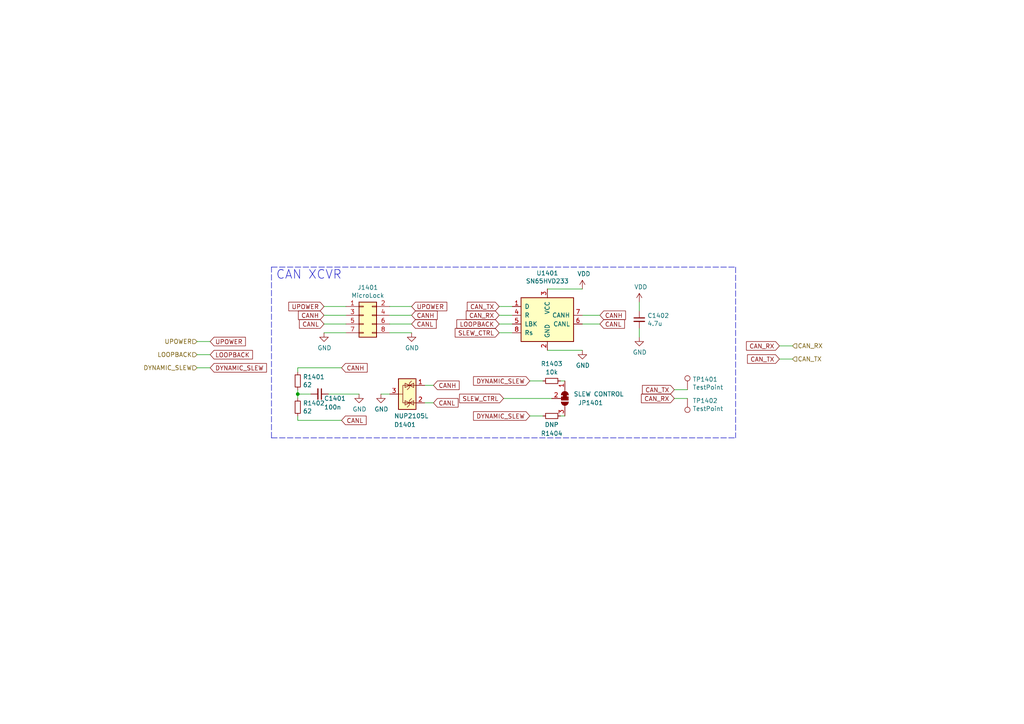
<source format=kicad_sch>
(kicad_sch (version 20211123) (generator eeschema)
  (paper "A4")
  (lib_symbols
    (symbol "Connector:TestPoint" (pin_numbers hide) (pin_names (offset 0.762) hide)
      (property "Reference" "TP" (at 0 6.858 0))
      (property "Value" "TestPoint" (at 0 5.08 0))
      (symbol "TestPoint_0_1"
        (circle (center 0 3.302) (radius 0.762))
      )
      (symbol "TestPoint_1_1"
        (pin passive line (at 0 0 90) (length 2.54) (name "1") (number "1"))
      )
    )
    (symbol "Connector_Generic:Conn_02x04_Odd_Even" (pin_names (offset 1.016) hide)
      (property "Reference" "J" (at 1.27 5.08 0))
      (property "Value" "Conn_02x04_Odd_Even" (at 1.27 -7.62 0))
      (symbol "Conn_02x04_Odd_Even_1_1"
        (rectangle (start -1.27 -4.953) (end 0 -5.207) (stroke (width 0.1524)))
        (rectangle (start -1.27 -2.413) (end 0 -2.667) (stroke (width 0.1524)))
        (rectangle (start -1.27 0.127) (end 0 -0.127) (stroke (width 0.1524)))
        (rectangle (start -1.27 2.667) (end 0 2.413) (stroke (width 0.1524)))
        (rectangle (start -1.27 3.81) (end 3.81 -6.35) (stroke (width 0.254)) (fill (type background)))
        (rectangle (start 3.81 -4.953) (end 2.54 -5.207) (stroke (width 0.1524)))
        (rectangle (start 3.81 -2.413) (end 2.54 -2.667) (stroke (width 0.1524)))
        (rectangle (start 3.81 0.127) (end 2.54 -0.127) (stroke (width 0.1524)))
        (rectangle (start 3.81 2.667) (end 2.54 2.413) (stroke (width 0.1524)))
        (pin passive line (at -5.08 2.54 0) (length 3.81) (name "Pin_1") (number "1"))
        (pin passive line (at 7.62 2.54 180) (length 3.81) (name "Pin_2") (number "2"))
        (pin passive line (at -5.08 0 0) (length 3.81) (name "Pin_3") (number "3"))
        (pin passive line (at 7.62 0 180) (length 3.81) (name "Pin_4") (number "4"))
        (pin passive line (at -5.08 -2.54 0) (length 3.81) (name "Pin_5") (number "5"))
        (pin passive line (at 7.62 -2.54 180) (length 3.81) (name "Pin_6") (number "6"))
        (pin passive line (at -5.08 -5.08 0) (length 3.81) (name "Pin_7") (number "7"))
        (pin passive line (at 7.62 -5.08 180) (length 3.81) (name "Pin_8") (number "8"))
      )
    )
    (symbol "Device:C_Small" (pin_numbers hide) (pin_names (offset 0.254) hide)
      (property "Reference" "C" (at 0.254 1.778 0))
      (property "Value" "C_Small" (at 0.254 -2.032 0))
      (symbol "C_Small_0_1"
        (polyline (pts (xy -1.524 -0.508) (xy 1.524 -0.508)) (stroke (width 0.3302)))
        (polyline (pts (xy -1.524 0.508) (xy 1.524 0.508)) (stroke (width 0.3048)))
      )
      (symbol "C_Small_1_1"
        (pin passive line (at 0 2.54 270) (length 2.032) (name "~") (number "1"))
        (pin passive line (at 0 -2.54 90) (length 2.032) (name "~") (number "2"))
      )
    )
    (symbol "Device:R_Small" (pin_numbers hide) (pin_names (offset 0.254) hide)
      (property "Reference" "R" (at 0.762 0.508 0))
      (property "Value" "R_Small" (at 0.762 -1.016 0))
      (symbol "R_Small_0_1"
        (rectangle (start -0.762 1.778) (end 0.762 -1.778) (stroke (width 0.2032)))
      )
      (symbol "R_Small_1_1"
        (pin passive line (at 0 2.54 270) (length 0.762) (name "~") (number "1"))
        (pin passive line (at 0 -2.54 90) (length 0.762) (name "~") (number "2"))
      )
    )
    (symbol "Interface_CAN_LIN:SN65HVD233" (pin_names (offset 1.016))
      (property "Reference" "U" (at -2.54 10.16 0))
      (property "Value" "SN65HVD233" (at -2.54 7.62 0))
      (symbol "SN65HVD233_0_1"
        (rectangle (start -7.62 5.08) (end 7.62 -7.62) (stroke (width 0.254)) (fill (type background)))
      )
      (symbol "SN65HVD233_1_1"
        (pin input line (at -10.16 2.54 0) (length 2.54) (name "D") (number "1"))
        (pin power_in line (at 0 -10.16 90) (length 2.54) (name "GND") (number "2"))
        (pin power_in line (at 0 7.62 270) (length 2.54) (name "VCC") (number "3"))
        (pin output line (at -10.16 0 0) (length 2.54) (name "R") (number "4"))
        (pin input line (at -10.16 -2.54 0) (length 2.54) (name "LBK") (number "5"))
        (pin bidirectional line (at 10.16 -2.54 180) (length 2.54) (name "CANL") (number "6"))
        (pin bidirectional line (at 10.16 0 180) (length 2.54) (name "CANH") (number "7"))
        (pin input line (at -10.16 -5.08 0) (length 2.54) (name "Rs") (number "8"))
      )
    )
    (symbol "Jumper:SolderJumper_3_Bridged12" (pin_names (offset 0) hide)
      (property "Reference" "JP" (at -2.54 -2.54 0))
      (property "Value" "SolderJumper_3_Bridged12" (at 0 2.794 0))
      (symbol "SolderJumper_3_Bridged12_0_1"
        (rectangle (start -1.016 0.508) (end -0.508 -0.508) (fill (type outline)))
        (arc (start -1.016 1.016) (mid -2.032 0) (end -1.016 -1.016))
        (arc (start -1.016 1.016) (mid -2.032 0) (end -1.016 -1.016) (fill (type outline)))
        (rectangle (start -0.508 1.016) (end 0.508 -1.016) (fill (type outline)))
        (polyline (pts (xy -2.54 0) (xy -2.032 0)))
        (polyline (pts (xy -1.016 1.016) (xy -1.016 -1.016)))
        (polyline (pts (xy 0 -1.27) (xy 0 -1.016)))
        (polyline (pts (xy 1.016 1.016) (xy 1.016 -1.016)))
        (polyline (pts (xy 2.54 0) (xy 2.032 0)))
        (arc (start 1.016 -1.016) (mid 2.032 0) (end 1.016 1.016))
        (arc (start 1.016 -1.016) (mid 2.032 0) (end 1.016 1.016) (fill (type outline)))
      )
      (symbol "SolderJumper_3_Bridged12_1_1"
        (pin passive line (at -5.08 0 0) (length 2.54) (name "A") (number "1"))
        (pin input line (at 0 -3.81 90) (length 2.54) (name "C") (number "2"))
        (pin passive line (at 5.08 0 180) (length 2.54) (name "B") (number "3"))
      )
    )
    (symbol "Power_Protection:NUP2105L" (pin_names hide)
      (property "Reference" "D" (at 5.715 2.54 0))
      (property "Value" "NUP2105L" (at 5.715 0.635 0))
      (symbol "NUP2105L_0_0"
        (pin passive line (at 0 -5.08 90) (length 2.54) (name "A") (number "3"))
      )
      (symbol "NUP2105L_0_1"
        (rectangle (start -4.445 2.54) (end 4.445 -2.54) (stroke (width 0.254)) (fill (type background)))
        (polyline (pts (xy -2.54 2.54) (xy -2.54 0.635)))
        (polyline (pts (xy 0 -1.27) (xy 0 -2.54)))
        (polyline (pts (xy 2.54 2.54) (xy 2.54 0.635)))
        (polyline (pts (xy -3.81 1.27) (xy -3.175 0.635) (xy -1.905 0.635) (xy -1.27 0)))
        (polyline (pts (xy -2.54 0.635) (xy -2.54 -1.27) (xy 2.54 -1.27) (xy 2.54 0.635)))
        (polyline (pts (xy -2.54 0.635) (xy -1.905 -0.635) (xy -3.175 -0.635) (xy -2.54 0.635)))
        (polyline (pts (xy 2.54 0.635) (xy 1.905 -0.635) (xy 3.175 -0.635) (xy 2.54 0.635)))
        (polyline (pts (xy 2.54 0.635) (xy 3.175 1.905) (xy 1.905 1.905) (xy 2.54 0.635)))
        (polyline (pts (xy -2.54 0.635) (xy -3.175 1.905) (xy -1.905 1.905) (xy -2.54 0.635) (xy -2.54 1.27)))
        (polyline (pts (xy 1.27 1.27) (xy 1.905 0.635) (xy 2.54 0.635) (xy 3.175 0.635) (xy 3.81 0)))
      )
      (symbol "NUP2105L_1_1"
        (pin passive line (at -2.54 5.08 270) (length 2.54) (name "K") (number "1"))
        (pin passive line (at 2.54 5.08 270) (length 2.54) (name "K") (number "2"))
      )
    )
    (symbol "power:GND" (power) (pin_names (offset 0))
      (property "Value" "GND" (at 0 -3.81 0))
      (symbol "GND_0_1"
        (polyline (pts (xy 0 0) (xy 0 -1.27) (xy 1.27 -1.27) (xy 0 -2.54) (xy -1.27 -1.27) (xy 0 -1.27)))
      )
      (symbol "GND_1_1"
        (pin power_in line (at 0 0 270) (length 0) hide (name "GND") (number "1"))
      )
    )
    (symbol "power:VDD" (power) (pin_names (offset 0))
      (property "Value" "VDD" (at 0 3.81 0))
      (symbol "VDD_0_1"
        (polyline (pts (xy -0.762 1.27) (xy 0 2.54)))
        (polyline (pts (xy 0 0) (xy 0 2.54)))
        (polyline (pts (xy 0 2.54) (xy 0.762 1.27)))
      )
      (symbol "VDD_1_1"
        (pin power_in line (at 0 0 90) (length 0) hide (name "VDD") (number "1"))
      )
    )
  )
  (junction (at 86.36 114.3))
  (polyline (pts (xy 78.74 77.47) (xy 213.36 77.47)))
  (wire (pts (xy 93.98 88.9) (xy 100.33 88.9)))
  (wire (pts (xy 226.06 100.33) (xy 229.87 100.33)))
  (wire (pts (xy 110.49 114.3) (xy 113.03 114.3)))
  (wire (pts (xy 86.36 114.3) (xy 86.36 113.03)))
  (wire (pts (xy 195.58 113.03) (xy 199.39 113.03)))
  (wire (pts (xy 57.15 99.06) (xy 60.96 99.06)))
  (wire (pts (xy 168.91 83.82) (xy 158.75 83.82)))
  (wire (pts (xy 86.36 115.57) (xy 86.36 114.3)))
  (wire (pts (xy 185.42 95.25) (xy 185.42 97.79)))
  (wire (pts (xy 93.98 96.52) (xy 100.33 96.52)))
  (wire (pts (xy 153.67 110.49) (xy 157.48 110.49)))
  (wire (pts (xy 229.87 104.14) (xy 226.06 104.14)))
  (wire (pts (xy 113.03 96.52) (xy 119.38 96.52)))
  (wire (pts (xy 185.42 87.63) (xy 185.42 90.17)))
  (wire (pts (xy 93.98 91.44) (xy 100.33 91.44)))
  (wire (pts (xy 162.56 110.49) (xy 163.83 110.49)))
  (polyline (pts (xy 213.36 77.47) (xy 213.36 127)))
  (wire (pts (xy 113.03 91.44) (xy 119.38 91.44)))
  (wire (pts (xy 144.78 93.98) (xy 148.59 93.98)))
  (wire (pts (xy 86.36 121.92) (xy 99.06 121.92)))
  (wire (pts (xy 199.39 115.57) (xy 195.58 115.57)))
  (wire (pts (xy 125.73 116.84) (xy 123.19 116.84)))
  (wire (pts (xy 57.15 102.87) (xy 60.96 102.87)))
  (wire (pts (xy 168.91 91.44) (xy 173.99 91.44)))
  (wire (pts (xy 95.25 114.3) (xy 104.14 114.3)))
  (wire (pts (xy 86.36 121.92) (xy 86.36 120.65)))
  (wire (pts (xy 86.36 114.3) (xy 90.17 114.3)))
  (wire (pts (xy 86.36 107.95) (xy 86.36 106.68)))
  (wire (pts (xy 144.78 88.9) (xy 148.59 88.9)))
  (wire (pts (xy 146.05 115.57) (xy 160.02 115.57)))
  (wire (pts (xy 168.91 101.6) (xy 158.75 101.6)))
  (polyline (pts (xy 78.74 127) (xy 78.74 77.47)))
  (wire (pts (xy 119.38 93.98) (xy 113.03 93.98)))
  (wire (pts (xy 123.19 111.76) (xy 125.73 111.76)))
  (wire (pts (xy 148.59 91.44) (xy 144.78 91.44)))
  (wire (pts (xy 113.03 88.9) (xy 119.38 88.9)))
  (wire (pts (xy 144.78 96.52) (xy 148.59 96.52)))
  (wire (pts (xy 173.99 93.98) (xy 168.91 93.98)))
  (polyline (pts (xy 78.74 127) (xy 213.36 127)))
  (wire (pts (xy 163.83 120.65) (xy 162.56 120.65)))
  (wire (pts (xy 99.06 106.68) (xy 86.36 106.68)))
  (wire (pts (xy 157.48 120.65) (xy 153.67 120.65)))
  (wire (pts (xy 100.33 93.98) (xy 93.98 93.98)))
  (wire (pts (xy 57.15 106.68) (xy 60.96 106.68)))
  (text "CAN XCVR" (at 80.01 81.28 0) (effects (font (size 2.54 2.54)) (justify left bottom)))
  (global_label "CAN_TX" (shape input) (at 226.06 104.14 180) (property "Intersheet References" "${INTERSHEET_REFS}" (effects hide)))
  (global_label "CAN_TX" (shape input) (at 195.58 113.03 180) (property "Intersheet References" "${INTERSHEET_REFS}" (effects hide)))
  (global_label "SLEW_CTRL" (shape input) (at 146.05 115.57 180) (property "Intersheet References" "${INTERSHEET_REFS}" (effects hide)))
  (global_label "UPOWER" (shape input) (at 119.38 88.9 0) (property "Intersheet References" "${INTERSHEET_REFS}" (effects hide)))
  (global_label "CANH" (shape input) (at 99.06 106.68 0) (property "Intersheet References" "${INTERSHEET_REFS}" (effects hide)))
  (global_label "CAN_RX" (shape input) (at 144.78 91.44 180) (property "Intersheet References" "${INTERSHEET_REFS}" (effects hide)))
  (global_label "LOOPBACK" (shape input) (at 60.96 102.87 0) (property "Intersheet References" "${INTERSHEET_REFS}" (effects hide)))
  (global_label "CANH" (shape input) (at 93.98 91.44 180) (property "Intersheet References" "${INTERSHEET_REFS}" (effects hide)))
  (global_label "CANH" (shape input) (at 125.73 111.76 0) (property "Intersheet References" "${INTERSHEET_REFS}" (effects hide)))
  (global_label "CAN_TX" (shape input) (at 144.78 88.9 180) (property "Intersheet References" "${INTERSHEET_REFS}" (effects hide)))
  (global_label "CANH" (shape input) (at 119.38 91.44 0) (property "Intersheet References" "${INTERSHEET_REFS}" (effects hide)))
  (global_label "CANL" (shape input) (at 125.73 116.84 0) (property "Intersheet References" "${INTERSHEET_REFS}" (effects hide)))
  (global_label "CAN_RX" (shape input) (at 195.58 115.57 180) (property "Intersheet References" "${INTERSHEET_REFS}" (effects hide)))
  (global_label "DYNAMIC_SLEW" (shape input) (at 60.96 106.68 0) (property "Intersheet References" "${INTERSHEET_REFS}" (effects hide)))
  (global_label "UPOWER" (shape input) (at 93.98 88.9 180) (property "Intersheet References" "${INTERSHEET_REFS}" (effects hide)))
  (global_label "CANL" (shape input) (at 93.98 93.98 180) (property "Intersheet References" "${INTERSHEET_REFS}" (effects hide)))
  (global_label "CANH" (shape input) (at 173.99 91.44 0) (property "Intersheet References" "${INTERSHEET_REFS}" (effects hide)))
  (global_label "CANL" (shape input) (at 119.38 93.98 0) (property "Intersheet References" "${INTERSHEET_REFS}" (effects hide)))
  (global_label "CAN_RX" (shape input) (at 226.06 100.33 180) (property "Intersheet References" "${INTERSHEET_REFS}" (effects hide)))
  (global_label "UPOWER" (shape input) (at 60.96 99.06 0) (property "Intersheet References" "${INTERSHEET_REFS}" (effects hide)))
  (global_label "DYNAMIC_SLEW" (shape input) (at 153.67 120.65 180) (property "Intersheet References" "${INTERSHEET_REFS}" (effects hide)))
  (global_label "CANL" (shape input) (at 173.99 93.98 0) (property "Intersheet References" "${INTERSHEET_REFS}" (effects hide)))
  (global_label "LOOPBACK" (shape input) (at 144.78 93.98 180) (property "Intersheet References" "${INTERSHEET_REFS}" (effects hide)))
  (global_label "SLEW_CTRL" (shape input) (at 144.78 96.52 180) (property "Intersheet References" "${INTERSHEET_REFS}" (effects hide)))
  (global_label "DYNAMIC_SLEW" (shape input) (at 153.67 110.49 180) (property "Intersheet References" "${INTERSHEET_REFS}" (effects hide)))
  (global_label "CANL" (shape input) (at 99.06 121.92 0) (property "Intersheet References" "${INTERSHEET_REFS}" (effects hide)))
  (hierarchical_label "DYNAMIC_SLEW" (shape input) (at 57.15 106.68 180))
  (hierarchical_label "CAN_RX" (shape input) (at 229.87 100.33 0))
  (hierarchical_label "LOOPBACK" (shape input) (at 57.15 102.87 180))
  (hierarchical_label "UPOWER" (shape input) (at 57.15 99.06 180))
  (hierarchical_label "CAN_TX" (shape input) (at 229.87 104.14 0))
  (symbol (lib_id "Connector_Generic:Conn_02x04_Odd_Even") (at 105.41 91.44 0) (unit 1)
    (property "Reference" "J1401" (at 106.68 83.3882 0))
    (property "Value" "MicroLock" (at 106.68 85.6996 0))
    (property "Footprint" "hardware-sch-blocks:505448-0871" (effects hide))
    (property "MANF" "5054480871" (effects hide))
    (property "DIGIKEY" "WM26819CT-ND" (effects hide))
  )
  (symbol (lib_id "power:GND") (at 119.38 96.52 0) (unit 1)
    (property "Reference" "#PWR01404" (effects hide))
    (property "Value" "GND" (at 119.507 100.9142 0))
  )
  (symbol (lib_id "power:GND") (at 93.98 96.52 0) (unit 1)
    (property "Reference" "#PWR01401" (effects hide))
    (property "Value" "GND" (at 94.107 100.9142 0))
  )
  (symbol (lib_id "Interface_CAN_LIN:SN65HVD233") (at 158.75 91.44 0) (unit 1)
    (property "Reference" "U1401" (at 158.75 79.2226 0))
    (property "Value" "SN65HVD233" (at 158.75 81.534 0))
    (property "Footprint" "Package_SO:SOIC-8_3.9x4.9mm_P1.27mm" (effects hide))
    (property "Datasheet" "http://www.ti.com/lit/ds/symlink/sn65hvd234.pdf" (effects hide))
    (property "MANF" "SN65HVD233DR" (effects hide))
    (property "DIGIKEY" "296-35967-1-ND" (effects hide))
  )
  (symbol (lib_id "power:VDD") (at 168.91 83.82 0) (unit 1)
    (property "Reference" "#PWR01405" (effects hide))
    (property "Value" "VDD" (at 169.3418 79.4258 0))
  )
  (symbol (lib_id "power:GND") (at 168.91 101.6 0) (unit 1)
    (property "Reference" "#PWR01406" (effects hide))
    (property "Value" "GND" (at 169.037 105.9942 0))
  )
  (symbol (lib_id "Device:C_Small") (at 185.42 92.71 0) (unit 1)
    (property "Reference" "C1402" (at 187.7568 91.5416 0) (effects (justify left)))
    (property "Value" "4.7u" (at 187.7568 93.853 0) (effects (justify left)))
    (property "Footprint" "Capacitor_SMD:C_0603_1608Metric" (effects hide))
    (property "MANF" "CC0603MRX5R6BB475" (effects hide))
    (property "DIGIKEY" "311-1820-1-ND" (effects hide))
  )
  (symbol (lib_id "power:GND") (at 185.42 97.79 0) (unit 1)
    (property "Reference" "#PWR01408" (effects hide))
    (property "Value" "GND" (at 185.547 102.1842 0))
  )
  (symbol (lib_id "power:VDD") (at 185.42 87.63 0) (unit 1)
    (property "Reference" "#PWR01407" (effects hide))
    (property "Value" "VDD" (at 185.8518 83.2358 0))
  )
  (symbol (lib_id "Device:R_Small") (at 86.36 118.11 0) (unit 1)
    (property "Reference" "R1402" (at 87.8586 116.9416 0) (effects (justify left)))
    (property "Value" "62" (at 87.8586 119.253 0) (effects (justify left)))
    (property "Footprint" "Resistor_SMD:R_0603_1608Metric" (effects hide))
    (property "MANF" "RC0603FR-0762RL" (effects hide))
    (property "DIGIKEY" "311-62.0HRCT-ND" (effects hide))
  )
  (symbol (lib_id "Device:R_Small") (at 160.02 110.49 270) (unit 1)
    (property "Reference" "R1403" (at 160.02 105.5116 90))
    (property "Value" "10k" (at 160.02 107.95 90))
    (property "Footprint" "Resistor_SMD:R_0603_1608Metric" (effects hide))
    (property "MANF" "RC0603JR-0710KL" (effects hide))
    (property "DIGIKEY" "311-10KGRCT-ND" (effects hide))
  )
  (symbol (lib_id "Jumper:SolderJumper_3_Bridged12") (at 163.83 115.57 270) (unit 1)
    (property "Reference" "JP1401" (at 167.64 116.84 90) (effects (justify left)))
    (property "Value" "SLEW CONTROL" (at 166.37 114.3 90) (effects (justify left)))
    (property "Footprint" "Jumper:SolderJumper-3_P1.3mm_Bridged2Bar12_Pad1.0x1.5mm" (effects hide))
    (property "DNP" "true" (effects hide))
  )
  (symbol (lib_id "Device:R_Small") (at 160.02 120.65 270) (unit 1)
    (property "Reference" "R1404" (at 160.02 125.73 90))
    (property "Value" "DNP" (at 160.02 123.19 90))
    (property "Footprint" "Resistor_SMD:R_0603_1608Metric" (effects hide))
    (property "MANF" "RC0603JR-0710KL" (effects hide))
    (property "DNP" "true" (effects hide))
    (property "DIGIKEY" "311-10KGRCT-ND" (effects hide))
  )
  (symbol (lib_id "Device:R_Small") (at 86.36 110.49 0) (unit 1)
    (property "Reference" "R1401" (at 87.8586 109.3216 0) (effects (justify left)))
    (property "Value" "62" (at 87.8586 111.633 0) (effects (justify left)))
    (property "Footprint" "Resistor_SMD:R_0603_1608Metric" (effects hide))
    (property "MANF" "RC0603FR-0762RL" (effects hide))
    (property "DIGIKEY" "311-62.0HRCT-ND" (effects hide))
  )
  (symbol (lib_id "power:GND") (at 104.14 114.3 0) (unit 1)
    (property "Reference" "#PWR01402" (effects hide))
    (property "Value" "GND" (at 104.267 118.6942 0))
  )
  (symbol (lib_id "Device:C_Small") (at 92.71 114.3 270) (unit 1)
    (property "Reference" "C1401" (at 93.98 115.57 90) (effects (justify left)))
    (property "Value" "100n" (at 93.98 118.11 90) (effects (justify left)))
    (property "Footprint" "Capacitor_SMD:C_0603_1608Metric" (effects hide))
    (property "MANF" "C0603C104Z3VACTU" (effects hide))
    (property "DIGIKEY" "399-1100-1-ND" (effects hide))
  )
  (symbol (lib_id "Power_Protection:NUP2105L") (at 118.11 114.3 270) (unit 1)
    (property "Reference" "D1401" (at 114.3 123.19 90) (effects (justify left)))
    (property "Value" "NUP2105L" (at 114.3 120.65 90) (effects (justify left)))
    (property "Footprint" "Package_TO_SOT_SMD:SOT-23" (effects hide))
    (property "Datasheet" "http://www.onsemi.com/pub_link/Collateral/NUP2105L-D.PDF" (effects hide))
    (property "MANF" "NUP2105LT1G" (effects hide))
    (property "DIGIKEY" "NUP2105LT1GOSCT-ND" (effects hide))
  )
  (symbol (lib_id "power:GND") (at 110.49 114.3 0) (unit 1)
    (property "Reference" "#PWR01403" (effects hide))
    (property "Value" "GND" (at 110.617 118.6942 0))
  )
  (symbol (lib_id "Connector:TestPoint") (at 199.39 113.03 0) (unit 1)
    (property "Reference" "TP1401" (at 200.8632 110.0328 0) (effects (justify left)))
    (property "Value" "TestPoint" (at 200.8632 112.3442 0) (effects (justify left)))
    (property "Footprint" "TestPoint:TestPoint_Pad_1.0x1.0mm" (effects hide))
    (property "DNP" "true" (effects hide))
  )
  (symbol (lib_id "Connector:TestPoint") (at 199.39 115.57 180) (unit 1)
    (property "Reference" "TP1402" (at 200.8632 116.2304 0) (effects (justify right)))
    (property "Value" "TestPoint" (at 200.8632 118.5418 0) (effects (justify right)))
    (property "Footprint" "TestPoint:TestPoint_Pad_1.0x1.0mm" (effects hide))
    (property "DNP" "true" (effects hide))
  )
)
</source>
